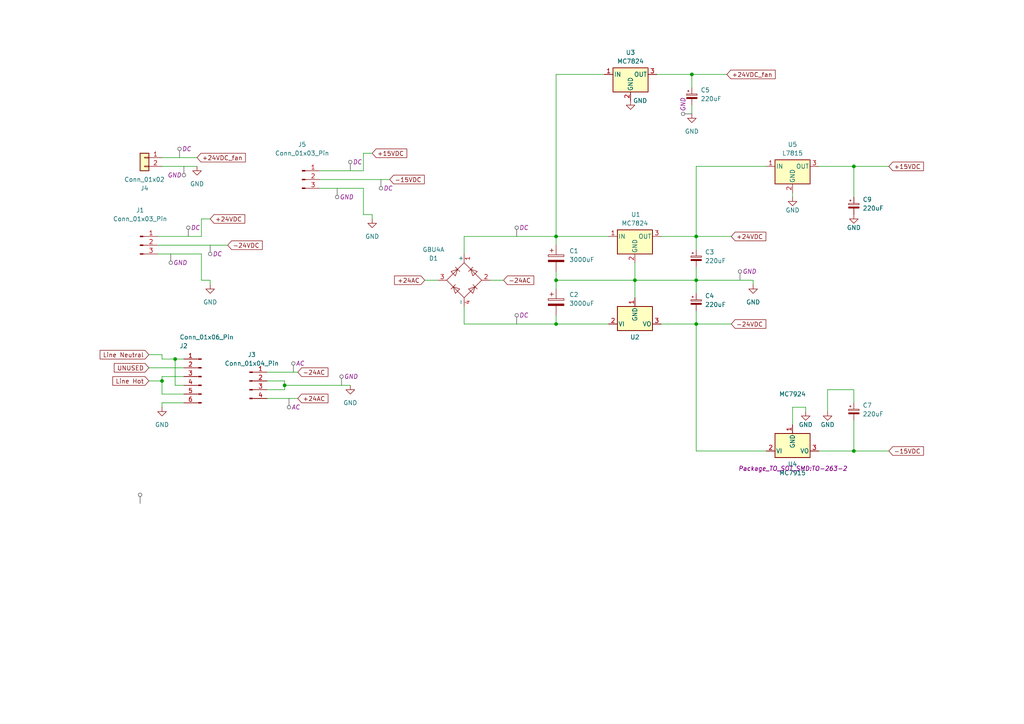
<source format=kicad_sch>
(kicad_sch (version 20231120) (generator "eeschema") (generator_version "8.0")
  (paper "A4")
  (lib_symbols
    (symbol "Connector:Conn_01x03_Pin" (pin_names (offset 1.016) hide)
      (property "Reference" "J" (at 0 5.08 0))
      (property "Value" "Conn_01x03_Pin" (at 0 -5.08 0))
      (symbol "Conn_01x03_Pin_1_1"
        (polyline (pts (xy 1.27 -2.54) (xy 0.8636 -2.54)) (stroke (width 0.1524)))
        (polyline (pts (xy 1.27 0) (xy 0.8636 0)) (stroke (width 0.1524)))
        (polyline (pts (xy 1.27 2.54) (xy 0.8636 2.54)) (stroke (width 0.1524)))
        (rectangle (start 0.8636 -2.413) (end 0 -2.667) (stroke (width 0.1524)) (fill (type outline)))
        (rectangle (start 0.8636 0.127) (end 0 -0.127) (stroke (width 0.1524)) (fill (type outline)))
        (rectangle (start 0.8636 2.667) (end 0 2.413) (stroke (width 0.1524)) (fill (type outline)))
        (pin passive line (at 5.08 2.54 180) (length 3.81) (name "Pin_1") (number "1"))
        (pin passive line (at 5.08 0 180) (length 3.81) (name "Pin_2") (number "2"))
        (pin passive line (at 5.08 -2.54 180) (length 3.81) (name "Pin_3") (number "3"))
      )
    )
    (symbol "Connector:Conn_01x04_Pin" (pin_names (offset 1.016) hide)
      (property "Reference" "J" (at 0 5.08 0))
      (property "Value" "Conn_01x04_Pin" (at 0 -7.62 0))
      (symbol "Conn_01x04_Pin_1_1"
        (polyline (pts (xy 1.27 -5.08) (xy 0.8636 -5.08)) (stroke (width 0.1524)))
        (polyline (pts (xy 1.27 -2.54) (xy 0.8636 -2.54)) (stroke (width 0.1524)))
        (polyline (pts (xy 1.27 0) (xy 0.8636 0)) (stroke (width 0.1524)))
        (polyline (pts (xy 1.27 2.54) (xy 0.8636 2.54)) (stroke (width 0.1524)))
        (rectangle (start 0.8636 -4.953) (end 0 -5.207) (stroke (width 0.1524)) (fill (type outline)))
        (rectangle (start 0.8636 -2.413) (end 0 -2.667) (stroke (width 0.1524)) (fill (type outline)))
        (rectangle (start 0.8636 0.127) (end 0 -0.127) (stroke (width 0.1524)) (fill (type outline)))
        (rectangle (start 0.8636 2.667) (end 0 2.413) (stroke (width 0.1524)) (fill (type outline)))
        (pin passive line (at 5.08 2.54 180) (length 3.81) (name "Pin_1") (number "1"))
        (pin passive line (at 5.08 0 180) (length 3.81) (name "Pin_2") (number "2"))
        (pin passive line (at 5.08 -2.54 180) (length 3.81) (name "Pin_3") (number "3"))
        (pin passive line (at 5.08 -5.08 180) (length 3.81) (name "Pin_4") (number "4"))
      )
    )
    (symbol "Connector:Conn_01x06_Pin" (pin_names (offset 1.016) hide)
      (property "Reference" "J" (at 0 7.62 0))
      (property "Value" "Conn_01x06_Pin" (at 0 -10.16 0))
      (symbol "Conn_01x06_Pin_1_1"
        (polyline (pts (xy 1.27 -7.62) (xy 0.8636 -7.62)) (stroke (width 0.1524)))
        (polyline (pts (xy 1.27 -5.08) (xy 0.8636 -5.08)) (stroke (width 0.1524)))
        (polyline (pts (xy 1.27 -2.54) (xy 0.8636 -2.54)) (stroke (width 0.1524)))
        (polyline (pts (xy 1.27 0) (xy 0.8636 0)) (stroke (width 0.1524)))
        (polyline (pts (xy 1.27 2.54) (xy 0.8636 2.54)) (stroke (width 0.1524)))
        (polyline (pts (xy 1.27 5.08) (xy 0.8636 5.08)) (stroke (width 0.1524)))
        (rectangle (start 0.8636 -7.493) (end 0 -7.747) (stroke (width 0.1524)) (fill (type outline)))
        (rectangle (start 0.8636 -4.953) (end 0 -5.207) (stroke (width 0.1524)) (fill (type outline)))
        (rectangle (start 0.8636 -2.413) (end 0 -2.667) (stroke (width 0.1524)) (fill (type outline)))
        (rectangle (start 0.8636 0.127) (end 0 -0.127) (stroke (width 0.1524)) (fill (type outline)))
        (rectangle (start 0.8636 2.667) (end 0 2.413) (stroke (width 0.1524)) (fill (type outline)))
        (rectangle (start 0.8636 5.207) (end 0 4.953) (stroke (width 0.1524)) (fill (type outline)))
        (pin passive line (at 5.08 5.08 180) (length 3.81) (name "Pin_1") (number "1"))
        (pin passive line (at 5.08 2.54 180) (length 3.81) (name "Pin_2") (number "2"))
        (pin passive line (at 5.08 0 180) (length 3.81) (name "Pin_3") (number "3"))
        (pin passive line (at 5.08 -2.54 180) (length 3.81) (name "Pin_4") (number "4"))
        (pin passive line (at 5.08 -5.08 180) (length 3.81) (name "Pin_5") (number "5"))
        (pin passive line (at 5.08 -7.62 180) (length 3.81) (name "Pin_6") (number "6"))
      )
    )
    (symbol "Connector_Generic:Conn_01x02" (pin_names (offset 1.016) hide)
      (property "Reference" "J" (at 0 2.54 0))
      (property "Value" "Conn_01x02" (at 0 -5.08 0))
      (symbol "Conn_01x02_1_1"
        (rectangle (start -1.27 -2.413) (end 0 -2.667) (stroke (width 0.1524)))
        (rectangle (start -1.27 0.127) (end 0 -0.127) (stroke (width 0.1524)))
        (rectangle (start -1.27 1.27) (end 1.27 -3.81) (stroke (width 0.254)) (fill (type background)))
        (pin passive line (at -5.08 0 0) (length 3.81) (name "Pin_1") (number "1"))
        (pin passive line (at -5.08 -2.54 0) (length 3.81) (name "Pin_2") (number "2"))
      )
    )
    (symbol "Device:C_Polarized" (pin_numbers hide) (pin_names (offset 0.254))
      (property "Reference" "C" (at 0.635 2.54 0))
      (property "Value" "C_Polarized" (at 0.635 -2.54 0))
      (symbol "C_Polarized_0_1"
        (rectangle (start -2.286 0.508) (end 2.286 1.016))
        (polyline (pts (xy -1.778 2.286) (xy -0.762 2.286)))
        (polyline (pts (xy -1.27 2.794) (xy -1.27 1.778)))
        (rectangle (start 2.286 -0.508) (end -2.286 -1.016) (fill (type outline)))
      )
      (symbol "C_Polarized_1_1"
        (pin passive line (at 0 3.81 270) (length 2.794) (name "~") (number "1"))
        (pin passive line (at 0 -3.81 90) (length 2.794) (name "~") (number "2"))
      )
    )
    (symbol "Device:C_Polarized_Small" (pin_numbers hide) (pin_names (offset 0.254) hide)
      (property "Reference" "C" (at 0.254 1.778 0))
      (property "Value" "C_Polarized_Small" (at 0.254 -2.032 0))
      (symbol "C_Polarized_Small_0_1"
        (rectangle (start -1.524 -0.3048) (end 1.524 -0.6858) (fill (type outline)))
        (rectangle (start -1.524 0.6858) (end 1.524 0.3048))
        (polyline (pts (xy -1.27 1.524) (xy -0.762 1.524)))
        (polyline (pts (xy -1.016 1.27) (xy -1.016 1.778)))
      )
      (symbol "C_Polarized_Small_1_1"
        (pin passive line (at 0 2.54 270) (length 1.8542) (name "~") (number "1"))
        (pin passive line (at 0 -2.54 90) (length 1.8542) (name "~") (number "2"))
      )
    )
    (symbol "Diode_Bridge:GBU4A" (pin_names (offset 0))
      (property "Reference" "D" (at 2.54 6.985 0))
      (property "Value" "GBU4A" (at 2.54 5.08 0))
      (symbol "GBU4A_0_1"
        (polyline (pts (xy -2.54 3.81) (xy -1.27 2.54)))
        (polyline (pts (xy -1.27 -2.54) (xy -2.54 -3.81)))
        (polyline (pts (xy 2.54 -1.27) (xy 3.81 -2.54)))
        (polyline (pts (xy 2.54 1.27) (xy 3.81 2.54)))
        (polyline (pts (xy -3.81 2.54) (xy -2.54 1.27) (xy -1.905 3.175) (xy -3.81 2.54)))
        (polyline (pts (xy -2.54 -1.27) (xy -3.81 -2.54) (xy -1.905 -3.175) (xy -2.54 -1.27)))
        (polyline (pts (xy 1.27 2.54) (xy 2.54 3.81) (xy 3.175 1.905) (xy 1.27 2.54)))
        (polyline (pts (xy 3.175 -1.905) (xy 1.27 -2.54) (xy 2.54 -3.81) (xy 3.175 -1.905)))
        (polyline (pts (xy -5.08 0) (xy 0 -5.08) (xy 5.08 0) (xy 0 5.08) (xy -5.08 0)))
      )
      (symbol "GBU4A_1_1"
        (pin passive line (at 7.62 0 180) (length 2.54) (name "+") (number "1"))
        (pin passive line (at 0 -7.62 90) (length 2.54) (name "~") (number "2"))
        (pin passive line (at 0 7.62 270) (length 2.54) (name "~") (number "3"))
        (pin passive line (at -7.62 0 0) (length 2.54) (name "-") (number "4"))
      )
    )
    (symbol "Regulator_Linear:L7815" (pin_names (offset 0.254))
      (property "Reference" "U" (at -3.81 3.175 0))
      (property "Value" "L7815" (at 0 3.175 0))
      (symbol "L7815_0_1"
        (rectangle (start -5.08 1.905) (end 5.08 -5.08) (stroke (width 0.254)) (fill (type background)))
      )
      (symbol "L7815_1_1"
        (pin power_in line (at -7.62 0 0) (length 2.54) (name "IN") (number "1"))
        (pin power_in line (at 0 -7.62 90) (length 2.54) (name "GND") (number "2"))
        (pin power_out line (at 7.62 0 180) (length 2.54) (name "OUT") (number "3"))
      )
    )
    (symbol "Regulator_Linear:L7824" (pin_names (offset 0.254))
      (property "Reference" "U" (at -3.81 3.175 0))
      (property "Value" "L7824" (at 0 3.175 0))
      (symbol "L7824_0_1"
        (rectangle (start -5.08 1.905) (end 5.08 -5.08) (stroke (width 0.254)) (fill (type background)))
      )
      (symbol "L7824_1_1"
        (pin power_in line (at -7.62 0 0) (length 2.54) (name "IN") (number "1"))
        (pin power_in line (at 0 -7.62 90) (length 2.54) (name "GND") (number "2"))
        (pin power_out line (at 7.62 0 180) (length 2.54) (name "OUT") (number "3"))
      )
    )
    (symbol "Regulator_Linear:L7915" (pin_names (offset 0.254))
      (property "Reference" "U" (at -3.81 -3.175 0))
      (property "Value" "L7915" (at 0 -3.175 0))
      (symbol "L7915_0_1"
        (rectangle (start -5.08 5.08) (end 5.08 -1.905) (stroke (width 0.254)) (fill (type background)))
      )
      (symbol "L7915_1_1"
        (pin power_in line (at 0 7.62 270) (length 2.54) (name "GND") (number "1"))
        (pin power_in line (at -7.62 0 0) (length 2.54) (name "VI") (number "2"))
        (pin power_out line (at 7.62 0 180) (length 2.54) (name "VO") (number "3"))
      )
    )
    (symbol "Regulator_Linear:MC7915" (pin_names (offset 0.254))
      (property "Reference" "U" (at -3.81 -3.175 0))
      (property "Value" "MC7915" (at 0 -3.175 0))
      (symbol "MC7915_0_1"
        (rectangle (start -5.08 5.08) (end 5.08 -1.905) (stroke (width 0.254)) (fill (type background)))
      )
      (symbol "MC7915_1_1"
        (pin power_in line (at 0 7.62 270) (length 2.54) (name "GND") (number "1"))
        (pin power_in line (at -7.62 0 0) (length 2.54) (name "VI") (number "2"))
        (pin power_out line (at 7.62 0 180) (length 2.54) (name "VO") (number "3"))
      )
    )
    (symbol "power:GND" (power) (pin_names (offset 0))
      (property "Value" "GND" (at 0 -3.81 0))
      (symbol "GND_0_1"
        (polyline (pts (xy 0 0) (xy 0 -1.27) (xy 1.27 -1.27) (xy 0 -2.54) (xy -1.27 -1.27) (xy 0 -1.27)))
      )
      (symbol "GND_1_1"
        (pin power_in line (at 0 0 270) (length 0) hide (name "GND") (number "1"))
      )
    )
  )
  (junction (at 247.65 130.81))
  (junction (at 161.29 81.28))
  (junction (at 184.15 81.28))
  (junction (at 201.93 81.28))
  (junction (at 50.8 104.14))
  (junction (at 247.65 48.26))
  (junction (at 201.93 93.98))
  (junction (at 82.55 111.76))
  (junction (at 161.29 68.58))
  (junction (at 200.66 21.59))
  (junction (at 46.99 110.49))
  (junction (at 201.93 68.58))
  (junction (at 161.29 93.98))
  (wire (pts (xy 218.44 81.28) (xy 201.93 81.28)))
  (wire (pts (xy 92.71 54.61) (xy 105.41 54.61)))
  (wire (pts (xy 233.68 118.11) (xy 233.68 119.38)))
  (wire (pts (xy 190.5 21.59) (xy 200.66 21.59)))
  (wire (pts (xy 82.55 111.76) (xy 82.55 110.49)))
  (wire (pts (xy 161.29 78.74) (xy 161.29 81.28)))
  (wire (pts (xy 45.72 68.58) (xy 58.42 68.58)))
  (wire (pts (xy 46.99 102.87) (xy 43.18 102.87)))
  (wire (pts (xy 200.66 30.48) (xy 200.66 33.02)))
  (wire (pts (xy 82.55 113.03) (xy 82.55 111.76)))
  (wire (pts (xy 237.49 48.26) (xy 247.65 48.26)))
  (wire (pts (xy 58.42 63.5) (xy 60.96 63.5)))
  (wire (pts (xy 247.65 130.81) (xy 257.81 130.81)))
  (wire (pts (xy 50.8 104.14) (xy 46.99 104.14)))
  (wire (pts (xy 123.19 81.28) (xy 127 81.28)))
  (wire (pts (xy 201.93 68.58) (xy 201.93 72.39)))
  (wire (pts (xy 161.29 81.28) (xy 184.15 81.28)))
  (wire (pts (xy 201.93 81.28) (xy 201.93 85.09)))
  (wire (pts (xy 134.62 73.66) (xy 134.62 68.58)))
  (wire (pts (xy 201.93 130.81) (xy 222.25 130.81)))
  (wire (pts (xy 82.55 111.76) (xy 101.6 111.76)))
  (wire (pts (xy 191.77 68.58) (xy 201.93 68.58)))
  (wire (pts (xy 53.34 109.22) (xy 46.99 109.22)))
  (wire (pts (xy 200.66 21.59) (xy 200.66 25.4)))
  (wire (pts (xy 53.34 116.84) (xy 46.99 116.84)))
  (wire (pts (xy 201.93 48.26) (xy 222.25 48.26)))
  (wire (pts (xy 58.42 73.66) (xy 58.42 81.28)))
  (wire (pts (xy 92.71 49.53) (xy 105.41 49.53)))
  (wire (pts (xy 201.93 93.98) (xy 212.09 93.98)))
  (wire (pts (xy 240.03 113.03) (xy 247.65 113.03)))
  (wire (pts (xy 184.15 81.28) (xy 184.15 86.36)))
  (wire (pts (xy 105.41 44.45) (xy 107.95 44.45)))
  (wire (pts (xy 46.99 104.14) (xy 46.99 102.87)))
  (wire (pts (xy 201.93 93.98) (xy 191.77 93.98)))
  (wire (pts (xy 161.29 21.59) (xy 161.29 68.58)))
  (wire (pts (xy 53.34 104.14) (xy 50.8 104.14)))
  (wire (pts (xy 43.18 106.68) (xy 53.34 106.68)))
  (wire (pts (xy 53.34 114.3) (xy 46.99 114.3)))
  (wire (pts (xy 46.99 109.22) (xy 46.99 110.49)))
  (wire (pts (xy 107.95 62.23) (xy 107.95 63.5)))
  (wire (pts (xy 77.47 115.57) (xy 86.36 115.57)))
  (wire (pts (xy 161.29 81.28) (xy 161.29 83.82)))
  (wire (pts (xy 233.68 118.11) (xy 229.87 118.11)))
  (wire (pts (xy 105.41 54.61) (xy 105.41 62.23)))
  (wire (pts (xy 247.65 48.26) (xy 247.65 57.15)))
  (wire (pts (xy 218.44 82.55) (xy 218.44 81.28)))
  (wire (pts (xy 201.93 48.26) (xy 201.93 68.58)))
  (wire (pts (xy 77.47 107.95) (xy 86.36 107.95)))
  (wire (pts (xy 175.26 21.59) (xy 161.29 21.59)))
  (wire (pts (xy 60.96 81.28) (xy 60.96 82.55)))
  (wire (pts (xy 200.66 21.59) (xy 210.82 21.59)))
  (wire (pts (xy 161.29 93.98) (xy 134.62 93.98)))
  (wire (pts (xy 229.87 55.88) (xy 229.87 57.15)))
  (wire (pts (xy 105.41 62.23) (xy 107.95 62.23)))
  (wire (pts (xy 92.71 52.07) (xy 113.03 52.07)))
  (wire (pts (xy 247.65 113.03) (xy 247.65 116.84)))
  (wire (pts (xy 161.29 68.58) (xy 161.29 71.12)))
  (wire (pts (xy 184.15 76.2) (xy 184.15 81.28)))
  (wire (pts (xy 105.41 49.53) (xy 105.41 44.45)))
  (wire (pts (xy 247.65 121.92) (xy 247.65 130.81)))
  (wire (pts (xy 240.03 119.38) (xy 240.03 113.03)))
  (wire (pts (xy 247.65 48.26) (xy 257.81 48.26)))
  (wire (pts (xy 184.15 81.28) (xy 201.93 81.28)))
  (wire (pts (xy 201.93 68.58) (xy 212.09 68.58)))
  (wire (pts (xy 161.29 91.44) (xy 161.29 93.98)))
  (wire (pts (xy 237.49 130.81) (xy 247.65 130.81)))
  (wire (pts (xy 46.99 114.3) (xy 46.99 110.49)))
  (wire (pts (xy 53.34 111.76) (xy 50.8 111.76)))
  (wire (pts (xy 46.99 48.26) (xy 57.15 48.26)))
  (wire (pts (xy 46.99 45.72) (xy 57.15 45.72)))
  (wire (pts (xy 58.42 68.58) (xy 58.42 63.5)))
  (wire (pts (xy 45.72 71.12) (xy 66.04 71.12)))
  (wire (pts (xy 176.53 93.98) (xy 161.29 93.98)))
  (wire (pts (xy 134.62 93.98) (xy 134.62 88.9)))
  (wire (pts (xy 43.18 110.49) (xy 46.99 110.49)))
  (wire (pts (xy 201.93 130.81) (xy 201.93 93.98)))
  (wire (pts (xy 201.93 90.17) (xy 201.93 93.98)))
  (wire (pts (xy 50.8 111.76) (xy 50.8 104.14)))
  (wire (pts (xy 82.55 110.49) (xy 77.47 110.49)))
  (wire (pts (xy 58.42 81.28) (xy 60.96 81.28)))
  (wire (pts (xy 45.72 73.66) (xy 58.42 73.66)))
  (wire (pts (xy 134.62 68.58) (xy 161.29 68.58)))
  (wire (pts (xy 46.99 116.84) (xy 46.99 118.11)))
  (wire (pts (xy 161.29 68.58) (xy 176.53 68.58)))
  (wire (pts (xy 201.93 77.47) (xy 201.93 81.28)))
  (wire (pts (xy 229.87 118.11) (xy 229.87 123.19)))
  (wire (pts (xy 77.47 113.03) (xy 82.55 113.03)))
  (wire (pts (xy 142.24 81.28) (xy 146.05 81.28)))
  (global_label "-24VDC" (shape input) (at 212.09 93.98 0) (property "Intersheetrefs" "${INTERSHEET_REFS}" (effects (hide yes))))
  (global_label "Line Neutral" (shape input) (at 43.18 102.87 180) (property "Intersheetrefs" "${INTERSHEET_REFS}" (effects (hide yes))))
  (global_label "+24VDC" (shape input) (at 212.09 68.58 0) (property "Intersheetrefs" "${INTERSHEET_REFS}" (effects (hide yes))))
  (global_label "+15VDC" (shape input) (at 257.81 48.26 0) (property "Intersheetrefs" "${INTERSHEET_REFS}" (effects (hide yes))))
  (global_label "-24VDC" (shape input) (at 66.04 71.12 0) (property "Intersheetrefs" "${INTERSHEET_REFS}" (effects (hide yes))))
  (global_label "-24AC" (shape input) (at 86.36 107.95 0) (property "Intersheetrefs" "${INTERSHEET_REFS}" (effects (hide yes))))
  (global_label "UNUSED" (shape input) (at 43.18 106.68 180) (property "Intersheetrefs" "${INTERSHEET_REFS}" (effects (hide yes))))
  (global_label "+24VDC_fan" (shape input) (at 57.15 45.72 0) (property "Intersheetrefs" "${INTERSHEET_REFS}" (effects (hide yes))))
  (global_label "+24VDC_fan" (shape input) (at 210.82 21.59 0) (property "Intersheetrefs" "${INTERSHEET_REFS}" (effects (hide yes))))
  (global_label "+15VDC" (shape input) (at 107.95 44.45 0) (property "Intersheetrefs" "${INTERSHEET_REFS}" (effects (hide yes))))
  (global_label "-15VDC" (shape input) (at 257.81 130.81 0) (property "Intersheetrefs" "${INTERSHEET_REFS}" (effects (hide yes))))
  (global_label "+24AC" (shape input) (at 123.19 81.28 180) (property "Intersheetrefs" "${INTERSHEET_REFS}" (effects (hide yes))))
  (global_label "+24VDC" (shape input) (at 60.96 63.5 0) (property "Intersheetrefs" "${INTERSHEET_REFS}" (effects (hide yes))))
  (global_label "Line Hot" (shape input) (at 43.18 110.49 180) (property "Intersheetrefs" "${INTERSHEET_REFS}" (effects (hide yes))))
  (global_label "+24AC" (shape input) (at 86.36 115.57 0) (property "Intersheetrefs" "${INTERSHEET_REFS}" (effects (hide yes))))
  (global_label "-24AC" (shape input) (at 146.05 81.28 0) (property "Intersheetrefs" "${INTERSHEET_REFS}" (effects (hide yes))))
  (global_label "-15VDC" (shape input) (at 113.03 52.07 0) (property "Intersheetrefs" "${INTERSHEET_REFS}" (effects (hide yes))))
  (netclass_flag "" (length 2.54) (shape round) (at 214.63 81.28 0) (property "Netclass" "GND" (at 215.3285 78.74 0) (effects (font (italic yes)) (justify left))))
  (netclass_flag "" (length 2.54) (shape round) (at 54.61 68.58 0) (property "Netclass" "DC" (at 55.3085 66.04 0) (effects (font (italic yes)) (justify left))))
  (netclass_flag "" (length 2.54) (shape round) (at 83.82 115.57 180) (property "Netclass" "AC" (at 84.5185 118.11 0) (effects (font (italic yes)) (justify left))))
  (netclass_flag "" (length 2.54) (shape round) (at 53.34 48.26 180) (property "Netclass" "GND" (at 52.6415 50.8 0) (effects (font (italic yes)) (justify right))))
  (netclass_flag "" (length 2.54) (shape round) (at 200.66 33.02 90) (property "Netclass" "GND" (at 198.12 32.3215 90) (effects (font (italic yes)) (justify left))))
  (netclass_flag "" (length 2.54) (shape round) (at 40.64 146.05 0))
  (netclass_flag "" (length 2.54) (shape round) (at 149.86 68.58 0) (property "Netclass" "DC" (at 150.5585 66.04 0) (effects (font (italic yes)) (justify left))))
  (netclass_flag "" (length 2.54) (shape round) (at 99.06 111.76 0) (property "Netclass" "GND" (at 99.7585 109.22 0) (effects (font (italic yes)) (justify left))))
  (netclass_flag "" (length 2.54) (shape round) (at 52.07 45.72 0) (property "Netclass" "DC" (at 52.7685 43.18 0) (effects (font (italic yes)) (justify left))))
  (netclass_flag "" (length 2.54) (shape round) (at 97.79 54.61 180) (property "Netclass" "GND" (at 98.4885 57.15 0) (effects (font (italic yes)) (justify left))))
  (netclass_flag "" (length 2.54) (shape round) (at 85.09 107.95 0) (property "Netclass" "AC" (at 85.7885 105.41 0) (effects (font (italic yes)) (justify left))))
  (netclass_flag "" (length 2.54) (shape round) (at 49.53 73.66 180) (property "Netclass" "GND" (at 50.2285 76.2 0) (effects (font (italic yes)) (justify left))))
  (netclass_flag "" (length 2.54) (shape round) (at 60.96 71.12 180) (property "Netclass" "DC" (at 61.6585 73.66 0) (effects (font (italic yes)) (justify left))))
  (netclass_flag "" (length 2.54) (shape round) (at 101.6 49.53 0) (property "Netclass" "DC" (at 102.2985 46.99 0) (effects (font (italic yes)) (justify left))))
  (netclass_flag "" (length 2.54) (shape round) (at 149.86 93.98 0) (property "Netclass" "DC" (at 150.5585 91.44 0) (effects (font (italic yes)) (justify left))))
  (netclass_flag "" (length 2.54) (shape round) (at 110.49 52.07 180) (property "Netclass" "DC" (at 111.1885 54.61 0) (effects (font (italic yes)) (justify left))))
  (symbol (lib_id "Device:C_Polarized") (at 161.29 74.93 0) (unit 1)
    (property "Reference" "C1" (at 165.1 72.771 0) (effects (justify left)))
    (property "Value" "3000uF" (at 165.1 75.311 0) (effects (justify left)))
    (property "Footprint" "Capacitor_SMD:CP_Elec_18x22" (effects (hide yes)))
    (property "Datasheet" "https://industrial.panasonic.com/cdbs/www-data/pdf/RDE0000/ABA0000C1247.pdf" (effects (hide yes)))
    (property "DIGIKEY PARTNO" "P122523CT-ND" (effects (hide yes)))
    (property "MPN" "EEE-FK1V302SV" (effects (hide yes)))
  )
  (symbol (lib_id "Regulator_Linear:MC7915") (at 229.87 130.81 0) (unit 1)
    (property "Reference" "U4" (at 229.87 134.62 0))
    (property "Value" "MC7915" (at 229.87 137.16 0))
    (property "Footprint" "Package_TO_SOT_SMD:TO-263-2" (at 229.87 135.89 0) (effects (font (italic yes))))
    (property "Datasheet" "http://www.onsemi.com/pub/Collateral/MC7900-D.PDF" (effects (hide yes)))
    (property "Description" "Negative 1A 35V Linear Regulator, Fixed Output -15V, TO-220/TO-263" (effects (hide yes)))
  )
  (symbol (lib_id "power:GND") (at 60.96 82.55 0) (unit 1)
    (property "Reference" "#PWR01" (effects (hide yes)))
    (property "Value" "GND" (at 60.96 87.63 0))
  )
  (symbol (lib_id "power:GND") (at 247.65 62.23 0) (unit 1)
    (property "Reference" "#PWR010" (effects (hide yes)))
    (property "Value" "GND" (at 247.65 66.04 0))
  )
  (symbol (lib_id "power:GND") (at 101.6 111.76 0) (unit 1)
    (property "Reference" "#PWR02" (effects (hide yes)))
    (property "Value" "GND" (at 101.6 116.84 0))
  )
  (symbol (lib_id "Connector:Conn_01x03_Pin") (at 87.63 52.07 0) (unit 1)
    (property "Reference" "J5" (at 87.63 41.91 0))
    (property "Value" "Conn_01x03_Pin" (at 87.63 44.45 0))
    (property "Footprint" "Connector_Phoenix_GMSTB:PhoenixContact_GMSTBA_2,5_3-G-7,62_1x03_P7.62mm_Horizontal" (effects (hide yes)))
  )
  (symbol (lib_id "power:GND") (at 200.66 33.02 0) (unit 1)
    (property "Reference" "#PWR07" (effects (hide yes)))
    (property "Value" "GND" (at 200.66 38.1 0))
  )
  (symbol (lib_id "Connector:Conn_01x04_Pin") (at 72.39 110.49 0) (unit 1)
    (property "Reference" "J3" (at 73.025 102.87 0))
    (property "Value" "Conn_01x04_Pin" (at 73.025 105.41 0))
    (property "Footprint" "Connector_THT:Generic_pin-to-housing_1x04_P5.00mm_Horizontal" (effects (hide yes)))
  )
  (symbol (lib_id "Device:C_Polarized") (at 161.29 87.63 0) (unit 1)
    (property "Reference" "C2" (at 165.1 85.471 0) (effects (justify left)))
    (property "Value" "3000uF" (at 165.1 88.011 0) (effects (justify left)))
    (property "Footprint" "Capacitor_SMD:CP_Elec_18x22" (effects (hide yes)))
    (property "Datasheet" "https://industrial.panasonic.com/cdbs/www-data/pdf/RDE0000/ABA0000C1247.pdf" (effects (hide yes)))
    (property "DIGIKEY PARTNO" "P122523CT-ND" (effects (hide yes)))
    (property "MPN" "EEE-FK1V302SV" (effects (hide yes)))
  )
  (symbol (lib_id "power:GND") (at 107.95 63.5 0) (unit 1)
    (property "Reference" "#PWR012" (effects (hide yes)))
    (property "Value" "GND" (at 107.95 68.58 0))
  )
  (symbol (lib_id "Regulator_Linear:L7815") (at 229.87 48.26 0) (unit 1)
    (property "Reference" "U5" (at 229.87 41.91 0))
    (property "Value" "L7815" (at 229.87 44.45 0))
    (property "Footprint" "Package_TO_SOT_SMD:TO-263-2" (effects (hide yes)))
    (property "Datasheet" "http://www.st.com/content/ccc/resource/technical/document/datasheet/41/4f/b3/b0/12/d4/47/88/CD00000444.pdf/files/CD00000444.pdf/jcr:content/translations/en.CD00000444.pdf" (effects (hide yes)))
    (property "Description" "Positive 1.5A 35V Linear Regulator, Fixed Output 15V, TO-220/TO-263/TO-252" (effects (hide yes)))
  )
  (symbol (lib_id "Connector:Conn_01x03_Pin") (at 40.64 71.12 0) (unit 1)
    (property "Reference" "J1" (at 40.64 60.96 0))
    (property "Value" "Conn_01x03_Pin" (at 40.64 63.5 0))
    (property "Footprint" "Connector_Phoenix_GMSTB:PhoenixContact_GMSTBA_2,5_3-G-7,62_1x03_P7.62mm_Horizontal" (effects (hide yes)))
  )
  (symbol (lib_id "Regulator_Linear:L7915") (at 184.15 93.98 0) (unit 1)
    (property "Reference" "U2" (at 184.15 97.79 0))
    (property "Value" "MC7924" (at 229.87 114.3 0))
    (property "Footprint" "Package_TO_SOT_SMD:TO-263-2" (effects (hide yes)))
    (property "Datasheet" "http://www.st.com/content/ccc/resource/technical/document/datasheet/c9/16/86/41/c7/2b/45/f2/CD00000450.pdf/files/CD00000450.pdf/jcr:content/translations/en.CD00000450.pdf" (effects (hide yes)))
    (property "DIGIKEY PARTNO" "MC7924CD2TG-ND" (effects (hide yes)))
    (property "MPN" "MC7924CD2TG" (effects (hide yes)))
  )
  (symbol (lib_id "power:GND") (at 233.68 119.38 0) (unit 1)
    (property "Reference" "#PWR08" (effects (hide yes)))
    (property "Value" "GND" (at 233.68 123.19 0))
  )
  (symbol (lib_id "Diode_Bridge:GBU4A") (at 134.62 81.28 90) (unit 1)
    (property "Reference" "D1" (at 125.73 74.93 90))
    (property "Value" "GBU4A" (at 125.73 72.39 90))
    (property "Footprint" "Diode_THT:Diode_Bridge_Vishay_GBU" (effects (hide yes)))
    (property "Datasheet" "http://www.vishay.com/docs/88656/gbu4a.pdf" (effects (hide yes)))
    (property "DIGIKEY PARTNO" "GBU4A-ND" (effects (hide yes)))
    (property "MPN" "GBU4A" (effects (hide yes)))
  )
  (symbol (lib_id "power:GND") (at 57.15 48.26 0) (unit 1)
    (property "Reference" "#PWR05" (effects (hide yes)))
    (property "Value" "GND" (at 57.15 53.34 0))
  )
  (symbol (lib_id "power:GND") (at 218.44 82.55 0) (unit 1)
    (property "Reference" "#PWR04" (effects (hide yes)))
    (property "Value" "GND" (at 218.44 87.63 0))
  )
  (symbol (lib_id "Device:C_Polarized_Small") (at 247.65 119.38 0) (unit 1)
    (property "Reference" "C7" (at 250.19 117.5639 0) (effects (justify left)))
    (property "Value" "220uF" (at 250.19 120.1039 0) (effects (justify left)))
    (property "Footprint" "Capacitor_SMD:CP_Elec_10x10.5" (effects (hide yes)))
    (property "Datasheet" "https://api.pim.na.industrial.panasonic.com/file_stream/main/fileversion/9149" (effects (hide yes)))
    (property "DIGIKEY PARTNO" "PCE3812CT-ND" (effects (hide yes)))
    (property "MPN" "EEE-FK1H221P" (effects (hide yes)))
  )
  (symbol (lib_id "Device:C_Polarized_Small") (at 201.93 74.93 0) (unit 1)
    (property "Reference" "C3" (at 204.47 73.1139 0) (effects (justify left)))
    (property "Value" "220uF" (at 204.47 75.6539 0) (effects (justify left)))
    (property "Footprint" "Capacitor_SMD:CP_Elec_10x10.5" (effects (hide yes)))
    (property "Datasheet" "https://api.pim.na.industrial.panasonic.com/file_stream/main/fileversion/9149" (effects (hide yes)))
    (property "DIGIKEY PARTNO" "PCE3812CT-ND" (effects (hide yes)))
    (property "MPN" "EEE-FK1H221P" (effects (hide yes)))
  )
  (symbol (lib_id "Regulator_Linear:L7824") (at 182.88 21.59 0) (unit 1)
    (property "Reference" "U3" (at 182.88 15.24 0))
    (property "Value" "MC7824" (at 182.88 17.78 0))
    (property "Footprint" "Package_TO_SOT_SMD:TO-263-2" (effects (hide yes)))
    (property "Datasheet" "https://www.onsemi.com/pdf/datasheet/mc7800-d.pdf" (effects (hide yes)))
    (property "DIGIKEY PARTNO" "MC7824CD2TR4GOSCT-ND" (effects (hide yes)))
    (property "MPN" "MC7824CD2TR4G" (effects (hide yes)))
  )
  (symbol (lib_id "Device:C_Polarized_Small") (at 200.66 27.94 0) (unit 1)
    (property "Reference" "C5" (at 203.2 26.1239 0) (effects (justify left)))
    (property "Value" "220uF" (at 203.2 28.6639 0) (effects (justify left)))
    (property "Footprint" "Capacitor_SMD:CP_Elec_10x10.5" (effects (hide yes)))
    (property "Datasheet" "https://api.pim.na.industrial.panasonic.com/file_stream/main/fileversion/9149" (effects (hide yes)))
    (property "DIGIKEY PARTNO" "PCE3812CT-ND" (effects (hide yes)))
    (property "MPN" "EEE-FK1H221P" (effects (hide yes)))
  )
  (symbol (lib_id "Connector_Generic:Conn_01x02") (at 41.91 45.72 0) (mirror y) (unit 1)
    (property "Reference" "J4" (at 41.91 54.61 0))
    (property "Value" "Conn_01x02" (at 41.91 52.07 0))
    (property "Footprint" "Connector_THT:Generic_7x7.5mm-footprt_1x02_P3.50mm_Horizontal" (effects (hide yes)))
  )
  (symbol (lib_id "power:GND") (at 229.87 57.15 0) (unit 1)
    (property "Reference" "#PWR09" (effects (hide yes)))
    (property "Value" "GND" (at 229.87 60.96 0))
  )
  (symbol (lib_id "power:GND") (at 240.03 119.38 0) (unit 1)
    (property "Reference" "#PWR011" (effects (hide yes)))
    (property "Value" "GND" (at 240.03 123.19 0))
  )
  (symbol (lib_id "Connector:Conn_01x06_Pin") (at 58.42 109.22 0) (mirror y) (unit 1)
    (property "Reference" "J2" (at 52.07 100.33 0) (effects (justify right)))
    (property "Value" "Conn_01x06_Pin" (at 52.07 97.79 0) (effects (justify right)))
  )
  (symbol (lib_id "Device:C_Polarized_Small") (at 201.93 87.63 0) (unit 1)
    (property "Reference" "C4" (at 204.47 85.8139 0) (effects (justify left)))
    (property "Value" "220uF" (at 204.47 88.3539 0) (effects (justify left)))
    (property "Footprint" "Capacitor_SMD:CP_Elec_10x10.5" (effects (hide yes)))
    (property "Datasheet" "https://api.pim.na.industrial.panasonic.com/file_stream/main/fileversion/9149" (effects (hide yes)))
    (property "DIGIKEY PARTNO" "PCE3812CT-ND" (effects (hide yes)))
    (property "MPN" "EEE-FK1H221P" (effects (hide yes)))
  )
  (symbol (lib_id "Regulator_Linear:L7824") (at 184.15 68.58 0) (unit 1)
    (property "Reference" "U1" (at 184.404 62.23 0))
    (property "Value" "MC7824" (at 184.15 64.77 0))
    (property "Footprint" "Package_TO_SOT_SMD:TO-263-2" (effects (hide yes)))
    (property "Datasheet" "https://www.onsemi.com/pdf/datasheet/mc7800-d.pdf" (effects (hide yes)))
    (property "DIGIKEY PARTNO" "MC7824CD2TR4GOSCT-ND" (effects (hide yes)))
    (property "MPN" "MC7824CD2TR4G" (effects (hide yes)))
  )
  (symbol (lib_id "Device:C_Polarized_Small") (at 247.65 59.69 0) (unit 1)
    (property "Reference" "C9" (at 250.19 57.8739 0) (effects (justify left)))
    (property "Value" "220uF" (at 250.19 60.4139 0) (effects (justify left)))
    (property "Footprint" "Capacitor_SMD:CP_Elec_10x10.5" (effects (hide yes)))
    (property "Datasheet" "https://api.pim.na.industrial.panasonic.com/file_stream/main/fileversion/9149" (effects (hide yes)))
    (property "DIGIKEY PARTNO" "PCE3812CT-ND" (effects (hide yes)))
    (property "MPN" "EEE-FK1H221P" (effects (hide yes)))
  )
  (symbol (lib_id "power:GND") (at 46.99 118.11 0) (unit 1)
    (property "Reference" "#PWR03" (effects (hide yes)))
    (property "Value" "GND" (at 46.99 123.19 0))
  )
  (symbol (lib_id "power:GND") (at 182.88 29.21 0) (unit 1)
    (property "Reference" "#PWR06" (effects (hide yes)))
    (property "Value" "GND" (at 185.674 29.21 0))
  )
)
</source>
